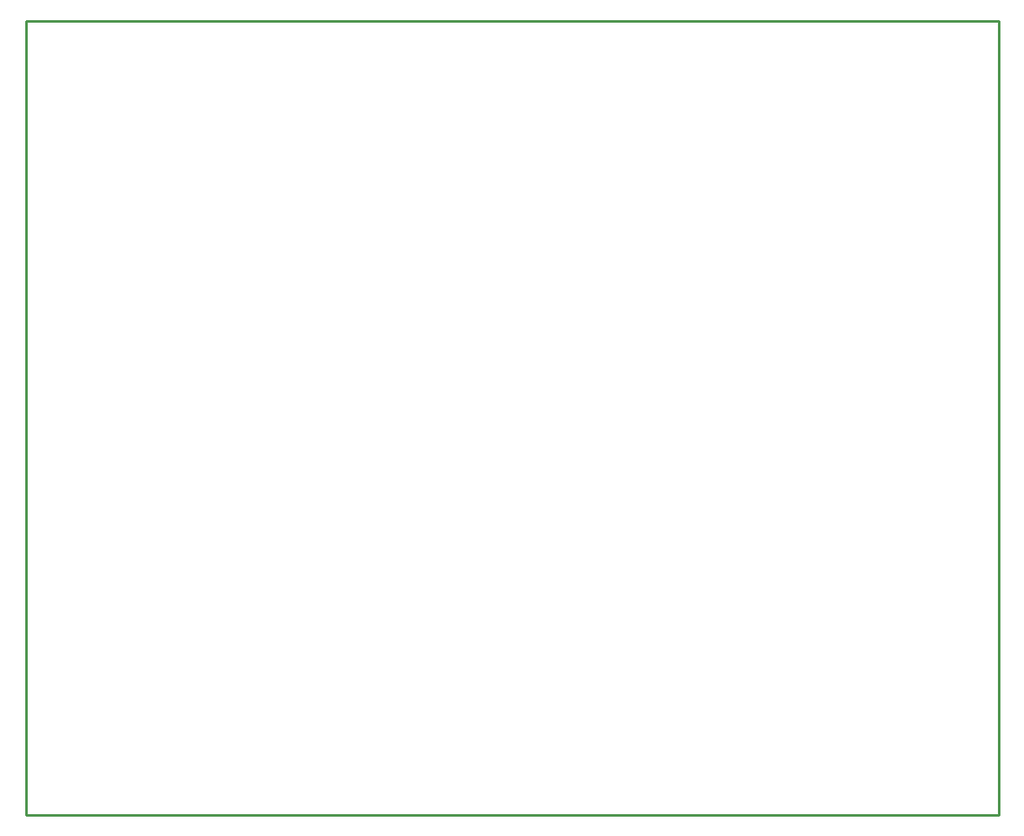
<source format=gbp>
G04 Layer_Color=128*
%FSLAX25Y25*%
%MOIN*%
G70*
G01*
G75*
%ADD25C,0.01000*%
D25*
X0Y0D02*
Y284500D01*
Y0D02*
X385500D01*
X385827D02*
Y314961D01*
X0D02*
X385827D01*
X0Y284500D02*
Y314961D01*
M02*

</source>
